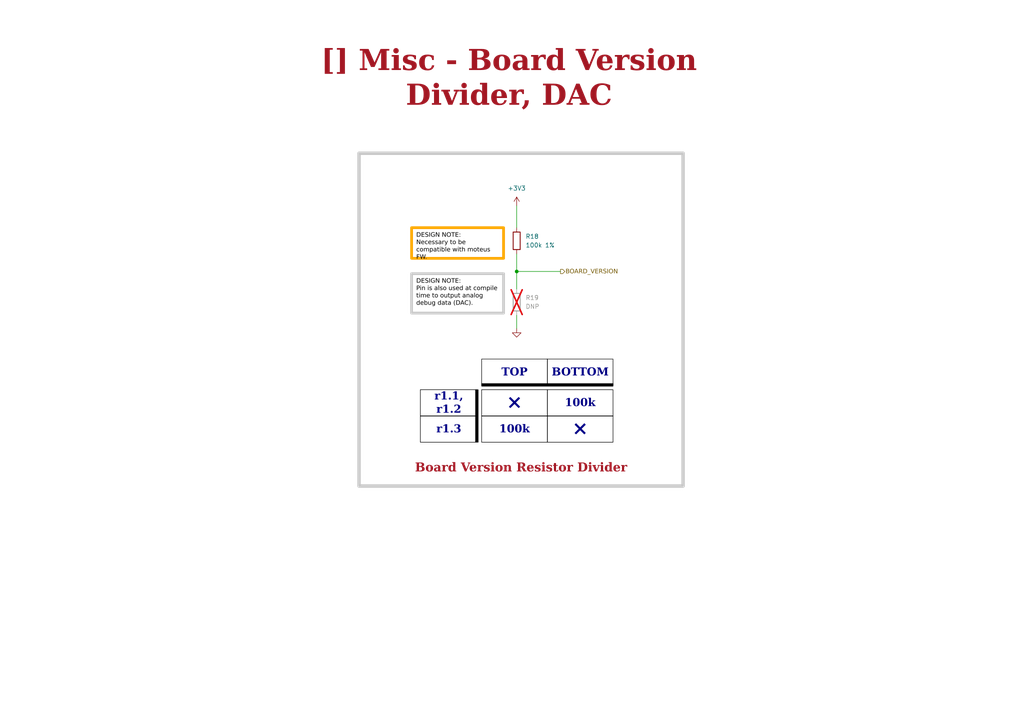
<source format=kicad_sch>
(kicad_sch (version 20230121) (generator eeschema)
  (paper "A4")
  (title_block (title "Misc - Board Version Divider, DAC") (date "2023-10-14") (rev "${REVISION}") (company "${COMPANY}"))
  (lib_symbols
    (symbol "Device:R" (pin_numbers hide) (pin_names (offset 0))
      (property "Reference" "R" (at 2.032 0 90))
      (property "Value" "R" (at 0 0 90))
      (symbol "R_0_1"
        (rectangle (start -1.016 -2.54) (end 1.016 2.54) (stroke (width 0.254)))
      )
      (symbol "R_1_1"
        (pin passive line (at 0 3.81 270) (length 1.27) (name "~") (number "1"))
        (pin passive line (at 0 -3.81 90) (length 1.27) (name "~") (number "2"))
      )
    )
    (symbol "power:+3V3" (power) (pin_names (offset 0))
      (property "Value" "+3V3" (at 0 3.556 0))
      (symbol "+3V3_0_1"
        (polyline (pts (xy -0.762 1.27) (xy 0 2.54)))
        (polyline (pts (xy 0 0) (xy 0 2.54)))
        (polyline (pts (xy 0 2.54) (xy 0.762 1.27)))
      )
      (symbol "+3V3_1_1"
        (pin power_in line (at 0 0 90) (length 0) hide (name "+3V3") (number "1"))
      )
    )
    (symbol "power:GND" (power) (pin_names (offset 0))
      (property "Value" "GND" (at 0 -3.81 0))
      (symbol "GND_0_1"
        (polyline (pts (xy 0 0) (xy 0 -1.27) (xy 1.27 -1.27) (xy 0 -2.54) (xy -1.27 -1.27) (xy 0 -1.27)))
      )
      (symbol "GND_1_1"
        (pin power_in line (at 0 0 270) (length 0) hide (name "GND") (number "1"))
      )
    )
  )
  (junction (at 149.86 78.74))
  (wire (pts (xy 149.86 78.74) (xy 149.86 73.66)))
  (wire (pts (xy 149.86 78.74) (xy 149.86 83.82)))
  (wire (pts (xy 162.56 78.74) (xy 149.86 78.74)))
  (wire (pts (xy 149.86 59.69) (xy 149.86 66.04)))
  (wire (pts (xy 149.86 95.25) (xy 149.86 91.44)))
  (rectangle (start 139.7 111.252) (end 177.8 112.014) (stroke (width 0) (color 0 0 0 1)) (fill (type color) (color 0 0 0 1)))
  (rectangle (start 104.14 44.45) (end 198.12 140.97) (stroke (width 1) (color 200 200 200 1)))
  (rectangle (start 137.922 113.03) (end 138.684 128.27) (stroke (width 0) (color 0 0 0 1)) (fill (type color) (color 0 0 0 1)))
  (text_box "×" (at 158.75 120.65 0) (size 19.05 7.62) (stroke (width 0) (color 0 0 0 1)) (effects (font (size 4 4) bold)))
  (text_box "r1.3" (at 121.92 120.65 0) (size 16.51 7.62) (stroke (width 0) (color 0 0 0 1)) (effects (font (size 2.286 2.286) bold)))
  (text_box "r1.1, r1.2" (at 121.92 113.03 0) (size 16.51 7.62) (stroke (width 0) (color 0 0 0 1)) (effects (font (size 2.286 2.286) bold)))
  (text_box "DESIGN NOTE:\nNecessary to be compatible with moteus FW." (at 119.38 66.04 0) (size 26.67 8.89) (stroke (width 0.8) (color 255 165 0 1)) (effects (font (size 1.27 1.27)) (justify left top)))
  (text_box "100k" (at 139.7 120.65 0) (size 19.05 7.62) (stroke (width 0) (color 0 0 0 1)) (effects (font (size 2.286 2.286) bold)))
  (text_box "[${#}] ${TITLE}" (at 69.215 16.51 0) (size 156.845 12.7) (stroke (width -0.0001)) (effects (font (size 6 6) (thickness 1.2) bold)))
  (text_box "DESIGN NOTE:\nPin is also used at compile time to output analog debug data (DAC)." (at 119.38 79.375 0) (size 26.67 11.43) (stroke (width 0.8) (color 200 200 200 1)) (effects (font (size 1.27 1.27)) (justify left top)))
  (text_box "100k" (at 158.75 113.03 0) (size 19.05 7.62) (stroke (width 0) (color 0 0 0 1)) (effects (font (size 2.286 2.286) bold)))
  (text_box "Board Version Resistor Divider" (at 105.41 129.54 0) (size 91.44 9.525) (stroke (width -0.0001)) (effects (font (size 2.54 2.54) (thickness 0.508) bold) (justify bottom)))
  (text_box "BOTTOM" (at 158.75 104.14 0) (size 19.05 7.62) (stroke (width 0) (color 0 0 0 1)) (effects (font (size 2.286 2.286) bold)))
  (text_box "×" (at 139.7 113.03 0) (size 19.05 7.62) (stroke (width 0) (color 0 0 0 1)) (effects (font (size 4 4) bold)))
  (text_box "TOP" (at 139.7 104.14 0) (size 19.05 7.62) (stroke (width 0) (color 0 0 0 1)) (effects (font (size 2.286 2.286) bold)))
  (hierarchical_label "BOARD_VERSION" (shape output) (at 162.56 78.74 0))
  (symbol (lib_id "Device:R") (at 149.86 87.63 0) (unit 1) (in_bom no) (dnp yes)
    (property "Reference" "R19" (at 152.4 86.36 0) (effects (justify left)))
    (property "Value" "DNP" (at 152.4 88.9 0) (effects (justify left)))
    (property "Footprint" "0_resistor_smd:R_0402_1005_DensityHigh" (effects hide))
  )
  (symbol (lib_id "power:+3V3") (at 149.86 59.69 0) (unit 1)
    (property "Reference" "#PWR037" (effects hide))
    (property "Value" "+3V3" (at 149.86 54.61 0))
  )
  (symbol (lib_id "Device:R") (at 149.86 69.85 0) (unit 1)
    (property "Reference" "R18" (at 152.4 68.58 0) (effects (justify left)))
    (property "Value" "100k 1%" (at 152.4 71.12 0) (effects (justify left)))
    (property "Footprint" "0_resistor_smd:R_0402_1005_DensityHigh" (effects hide))
    (property "Datasheet" "https://www.yageo.com/upload/media/product/app/datasheet/rchip/pyu-rt_1-to-0.01_rohs_l.pdf" (effects hide))
    (property "Description" "100 kOhms ±1% 0.063W, 1/16W Chip Resistor 0402 (1005 Metric) Thin Film" (effects hide))
    (property "Manufacturer" "YAGEO" (effects hide))
    (property "Manufacturer Part Number" "RT0402FRE07100KL" (effects hide))
    (property "Supplier 1" "Digikey" (effects hide))
    (property "Supplier Part Number 1" "YAG2307CT-ND" (effects hide))
  )
  (symbol (lib_id "power:GND") (at 149.86 95.25 0) (unit 1)
    (property "Reference" "#PWR032" (effects hide))
    (property "Value" "GND" (effects hide))
  )
)
</source>
